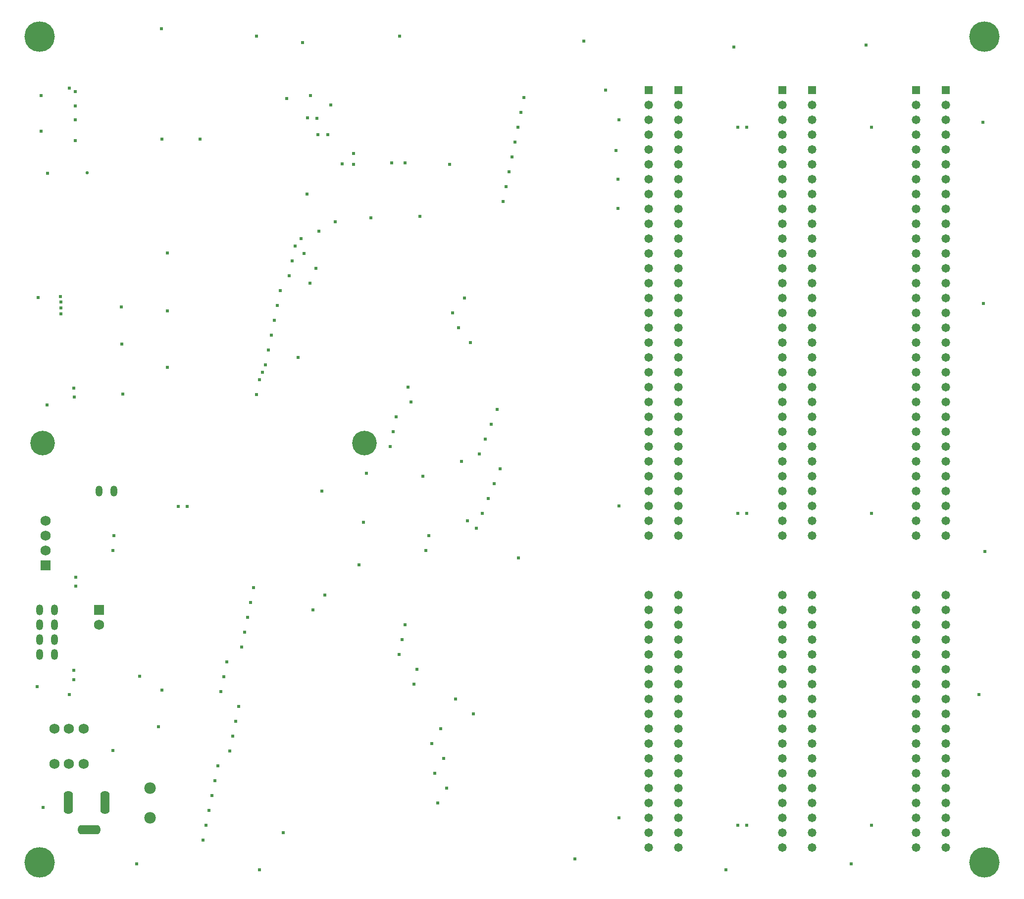
<source format=gbs>
%FSLAX44Y44*%
%MOMM*%
G71*
G01*
G75*
G04 Layer_Color=16711935*
%ADD10R,0.8890X0.9652*%
%ADD11R,0.8000X0.9000*%
%ADD12R,1.0160X0.9400*%
%ADD13R,1.0160X0.9398*%
%ADD14R,0.9400X1.0160*%
%ADD15R,0.9398X1.0160*%
%ADD16R,0.9652X0.8890*%
%ADD17R,2.2000X0.3600*%
%ADD18R,3.0000X1.0000*%
%ADD19C,0.2000*%
%ADD20C,0.2032*%
%ADD21C,0.2540*%
%ADD22C,1.5240*%
%ADD23C,0.5080*%
%ADD24O,1.0160X1.6510*%
%ADD25O,1.4000X3.8000*%
%ADD26O,3.8000X1.4000*%
%ADD27C,1.5240*%
%ADD28R,1.5240X1.5240*%
%ADD29C,1.7780*%
%ADD30C,1.2700*%
%ADD31R,1.2700X1.2700*%
%ADD32C,4.0000*%
%ADD33C,5.0000*%
%ADD34C,0.4000*%
%ADD35C,0.3810*%
%ADD36C,2.0000*%
%ADD37C,0.6350*%
%ADD38C,0.3810*%
%ADD39C,0.1270*%
%ADD40C,0.1524*%
%ADD41C,0.1500*%
%ADD42C,0.2286*%
%ADD43R,1.0922X1.1684*%
%ADD44R,1.0032X1.1032*%
%ADD45R,1.2192X1.1432*%
%ADD46R,1.2192X1.1430*%
%ADD47R,1.1432X1.2192*%
%ADD48R,1.1430X1.2192*%
%ADD49R,1.1684X1.0922*%
%ADD50R,2.4032X0.5632*%
%ADD51R,3.2032X1.2032*%
%ADD52O,1.2192X1.8542*%
%ADD53O,1.6032X4.0032*%
%ADD54O,4.0032X1.6032*%
%ADD55C,1.7272*%
%ADD56R,1.7272X1.7272*%
%ADD57C,1.9812*%
%ADD58C,1.4732*%
%ADD59R,1.4732X1.4732*%
%ADD60C,4.2032*%
%ADD61C,5.2032*%
%ADD62C,0.6032*%
%ADD63C,0.5842*%
D52*
X-1041400Y-889000D02*
D03*
X-1016000D02*
D03*
X-1041400Y-914400D02*
D03*
X-1016000D02*
D03*
X-1041400Y-939800D02*
D03*
X-1016000D02*
D03*
X-1041400Y-965200D02*
D03*
X-1016000D02*
D03*
X-914400Y-685800D02*
D03*
X-939800D02*
D03*
D53*
X-929640Y-1217930D02*
D03*
X-991870D02*
D03*
D54*
X-956310Y-1264920D02*
D03*
D55*
X-1016000Y-1092200D02*
D03*
X-991000D02*
D03*
X-966000D02*
D03*
Y-1152200D02*
D03*
X-991000D02*
D03*
X-1016000D02*
D03*
X-1031240Y-736600D02*
D03*
Y-762000D02*
D03*
Y-787400D02*
D03*
X-939800Y-914400D02*
D03*
D56*
X-1031240Y-812800D02*
D03*
X-939800Y-889000D02*
D03*
D57*
X-852170Y-1244600D02*
D03*
Y-1193800D02*
D03*
D58*
X457200Y-1295400D02*
D03*
Y-1270000D02*
D03*
Y-1244600D02*
D03*
Y-1219200D02*
D03*
Y-1193800D02*
D03*
Y-1168400D02*
D03*
Y-1143000D02*
D03*
Y-1117600D02*
D03*
Y-1092200D02*
D03*
Y-1066800D02*
D03*
Y-1041400D02*
D03*
Y-1016000D02*
D03*
Y-990600D02*
D03*
Y-965200D02*
D03*
Y-939800D02*
D03*
Y-914400D02*
D03*
Y-889000D02*
D03*
Y-863600D02*
D03*
X508000Y-1295400D02*
D03*
Y-1270000D02*
D03*
Y-1244600D02*
D03*
Y-1219200D02*
D03*
Y-1193800D02*
D03*
Y-1168400D02*
D03*
Y-1143000D02*
D03*
Y-1117600D02*
D03*
Y-1092200D02*
D03*
Y-1066800D02*
D03*
Y-1041400D02*
D03*
Y-1016000D02*
D03*
Y-990600D02*
D03*
Y-965200D02*
D03*
Y-939800D02*
D03*
Y-914400D02*
D03*
Y-889000D02*
D03*
Y-863600D02*
D03*
Y-25400D02*
D03*
Y-50800D02*
D03*
Y-76200D02*
D03*
Y-101600D02*
D03*
Y-127000D02*
D03*
Y-152400D02*
D03*
Y-177800D02*
D03*
Y-203200D02*
D03*
Y-228600D02*
D03*
Y-254000D02*
D03*
Y-279400D02*
D03*
Y-304800D02*
D03*
Y-330200D02*
D03*
Y-355600D02*
D03*
Y-381000D02*
D03*
Y-406400D02*
D03*
Y-431800D02*
D03*
Y-457200D02*
D03*
Y-482600D02*
D03*
Y-508000D02*
D03*
Y-533400D02*
D03*
Y-558800D02*
D03*
Y-584200D02*
D03*
Y-609600D02*
D03*
Y-635000D02*
D03*
Y-660400D02*
D03*
Y-685800D02*
D03*
Y-711200D02*
D03*
Y-736600D02*
D03*
Y-762000D02*
D03*
X457200Y-25400D02*
D03*
Y-50800D02*
D03*
Y-76200D02*
D03*
Y-101600D02*
D03*
Y-127000D02*
D03*
Y-152400D02*
D03*
Y-177800D02*
D03*
Y-203200D02*
D03*
Y-228600D02*
D03*
Y-254000D02*
D03*
Y-279400D02*
D03*
Y-304800D02*
D03*
Y-330200D02*
D03*
Y-355600D02*
D03*
Y-381000D02*
D03*
Y-406400D02*
D03*
Y-431800D02*
D03*
Y-457200D02*
D03*
Y-482600D02*
D03*
Y-508000D02*
D03*
Y-533400D02*
D03*
Y-558800D02*
D03*
Y-584200D02*
D03*
Y-609600D02*
D03*
Y-635000D02*
D03*
Y-660400D02*
D03*
Y-685800D02*
D03*
Y-711200D02*
D03*
Y-736600D02*
D03*
Y-762000D02*
D03*
X0Y-1295400D02*
D03*
Y-1270000D02*
D03*
Y-1244600D02*
D03*
Y-1219200D02*
D03*
Y-1193800D02*
D03*
Y-1168400D02*
D03*
Y-1143000D02*
D03*
Y-1117600D02*
D03*
Y-1092200D02*
D03*
Y-1066800D02*
D03*
Y-1041400D02*
D03*
Y-1016000D02*
D03*
Y-990600D02*
D03*
Y-965200D02*
D03*
Y-939800D02*
D03*
Y-914400D02*
D03*
Y-889000D02*
D03*
Y-863600D02*
D03*
X50800Y-1295400D02*
D03*
Y-1270000D02*
D03*
Y-1244600D02*
D03*
Y-1219200D02*
D03*
Y-1193800D02*
D03*
Y-1168400D02*
D03*
Y-1143000D02*
D03*
Y-1117600D02*
D03*
Y-1092200D02*
D03*
Y-1066800D02*
D03*
Y-1041400D02*
D03*
Y-1016000D02*
D03*
Y-990600D02*
D03*
Y-965200D02*
D03*
Y-939800D02*
D03*
Y-914400D02*
D03*
Y-889000D02*
D03*
Y-863600D02*
D03*
Y-25400D02*
D03*
Y-50800D02*
D03*
Y-76200D02*
D03*
Y-101600D02*
D03*
Y-127000D02*
D03*
Y-152400D02*
D03*
Y-177800D02*
D03*
Y-203200D02*
D03*
Y-228600D02*
D03*
Y-254000D02*
D03*
Y-279400D02*
D03*
Y-304800D02*
D03*
Y-330200D02*
D03*
Y-355600D02*
D03*
Y-381000D02*
D03*
Y-406400D02*
D03*
Y-431800D02*
D03*
Y-457200D02*
D03*
Y-482600D02*
D03*
Y-508000D02*
D03*
Y-533400D02*
D03*
Y-558800D02*
D03*
Y-584200D02*
D03*
Y-609600D02*
D03*
Y-635000D02*
D03*
Y-660400D02*
D03*
Y-685800D02*
D03*
Y-711200D02*
D03*
Y-736600D02*
D03*
Y-762000D02*
D03*
X0Y-25400D02*
D03*
Y-50800D02*
D03*
Y-76200D02*
D03*
Y-101600D02*
D03*
Y-127000D02*
D03*
Y-152400D02*
D03*
Y-177800D02*
D03*
Y-203200D02*
D03*
Y-228600D02*
D03*
Y-254000D02*
D03*
Y-279400D02*
D03*
Y-304800D02*
D03*
Y-330200D02*
D03*
Y-355600D02*
D03*
Y-381000D02*
D03*
Y-406400D02*
D03*
Y-431800D02*
D03*
Y-457200D02*
D03*
Y-482600D02*
D03*
Y-508000D02*
D03*
Y-533400D02*
D03*
Y-558800D02*
D03*
Y-584200D02*
D03*
Y-609600D02*
D03*
Y-635000D02*
D03*
Y-660400D02*
D03*
Y-685800D02*
D03*
Y-711200D02*
D03*
Y-736600D02*
D03*
Y-762000D02*
D03*
X228600Y-1295400D02*
D03*
Y-1270000D02*
D03*
Y-1244600D02*
D03*
Y-1219200D02*
D03*
Y-1193800D02*
D03*
Y-1168400D02*
D03*
Y-1143000D02*
D03*
Y-1117600D02*
D03*
Y-1092200D02*
D03*
Y-1066800D02*
D03*
Y-1041400D02*
D03*
Y-1016000D02*
D03*
Y-990600D02*
D03*
Y-965200D02*
D03*
Y-939800D02*
D03*
Y-914400D02*
D03*
Y-889000D02*
D03*
Y-863600D02*
D03*
X279400Y-1295400D02*
D03*
Y-1270000D02*
D03*
Y-1244600D02*
D03*
Y-1219200D02*
D03*
Y-1193800D02*
D03*
Y-1168400D02*
D03*
Y-1143000D02*
D03*
Y-1117600D02*
D03*
Y-1092200D02*
D03*
Y-1066800D02*
D03*
Y-1041400D02*
D03*
Y-1016000D02*
D03*
Y-990600D02*
D03*
Y-965200D02*
D03*
Y-939800D02*
D03*
Y-914400D02*
D03*
Y-889000D02*
D03*
Y-863600D02*
D03*
Y-25400D02*
D03*
Y-50800D02*
D03*
Y-76200D02*
D03*
Y-101600D02*
D03*
Y-127000D02*
D03*
Y-152400D02*
D03*
Y-177800D02*
D03*
Y-203200D02*
D03*
Y-228600D02*
D03*
Y-254000D02*
D03*
Y-279400D02*
D03*
Y-304800D02*
D03*
Y-330200D02*
D03*
Y-355600D02*
D03*
Y-381000D02*
D03*
Y-406400D02*
D03*
Y-431800D02*
D03*
Y-457200D02*
D03*
Y-482600D02*
D03*
Y-508000D02*
D03*
Y-533400D02*
D03*
Y-558800D02*
D03*
Y-584200D02*
D03*
Y-609600D02*
D03*
Y-635000D02*
D03*
Y-660400D02*
D03*
Y-685800D02*
D03*
Y-711200D02*
D03*
Y-736600D02*
D03*
Y-762000D02*
D03*
X228600Y-25400D02*
D03*
Y-50800D02*
D03*
Y-76200D02*
D03*
Y-101600D02*
D03*
Y-127000D02*
D03*
Y-152400D02*
D03*
Y-177800D02*
D03*
Y-203200D02*
D03*
Y-228600D02*
D03*
Y-254000D02*
D03*
Y-279400D02*
D03*
Y-304800D02*
D03*
Y-330200D02*
D03*
Y-355600D02*
D03*
Y-381000D02*
D03*
Y-406400D02*
D03*
Y-431800D02*
D03*
Y-457200D02*
D03*
Y-482600D02*
D03*
Y-508000D02*
D03*
Y-533400D02*
D03*
Y-558800D02*
D03*
Y-584200D02*
D03*
Y-609600D02*
D03*
Y-635000D02*
D03*
Y-660400D02*
D03*
Y-685800D02*
D03*
Y-711200D02*
D03*
Y-736600D02*
D03*
Y-762000D02*
D03*
D59*
X508000Y0D02*
D03*
X457200D02*
D03*
X50800D02*
D03*
X0D02*
D03*
X279400D02*
D03*
X228600D02*
D03*
D60*
X-1036000Y-604000D02*
D03*
X-486000D02*
D03*
D61*
X-1041400Y91440D02*
D03*
Y-1320800D02*
D03*
X574040Y91440D02*
D03*
Y-1320800D02*
D03*
D62*
X-990600Y3810D02*
D03*
X-584200Y-177800D02*
D03*
X-762000Y-1282700D02*
D03*
X-756920Y-1257300D02*
D03*
X-751840Y-1231900D02*
D03*
X-746760Y-1206500D02*
D03*
X-624840Y-1270000D02*
D03*
X-741680Y-1181100D02*
D03*
X-736600Y-1155700D02*
D03*
X-716280Y-1130300D02*
D03*
X-711200Y-1104900D02*
D03*
X-706120Y-1079500D02*
D03*
X-701040Y-1054100D02*
D03*
X-731520Y-1028700D02*
D03*
X-726440Y-1003300D02*
D03*
X-721360Y-977900D02*
D03*
X-695960Y-952500D02*
D03*
X-690880Y-927100D02*
D03*
X-685800Y-901700D02*
D03*
X-680720Y-876300D02*
D03*
X-675640Y-850900D02*
D03*
X-574040Y-889000D02*
D03*
X-553720Y-863600D02*
D03*
X-426720Y-965200D02*
D03*
X-421640Y-939800D02*
D03*
X-416560Y-914400D02*
D03*
X-396240Y-990600D02*
D03*
X-401320Y-1016000D02*
D03*
X-345440Y-1193800D02*
D03*
X-360680Y-1219200D02*
D03*
X-365760Y-1168400D02*
D03*
X-350520Y-1143000D02*
D03*
X-370840Y-1117600D02*
D03*
X-355600Y-1092200D02*
D03*
X-299720Y-1066800D02*
D03*
X-330200Y-1041400D02*
D03*
X-375920Y-762000D02*
D03*
X-381000Y-787400D02*
D03*
X-386080Y-660400D02*
D03*
X-558800Y-685800D02*
D03*
X-441960Y-609600D02*
D03*
X-436880Y-584200D02*
D03*
X-431800Y-558800D02*
D03*
X-411480Y-508000D02*
D03*
X-406400Y-533400D02*
D03*
X-320040Y-635000D02*
D03*
X-309880Y-736600D02*
D03*
X-294640Y-749300D02*
D03*
X-284480Y-723900D02*
D03*
X-274320Y-698500D02*
D03*
X-264160Y-673100D02*
D03*
X-254000Y-647700D02*
D03*
X-279400Y-596900D02*
D03*
X-269240Y-571500D02*
D03*
X-259080Y-546100D02*
D03*
X-289560Y-622300D02*
D03*
X-304800Y-431800D02*
D03*
X-325120Y-406400D02*
D03*
X-335280Y-381000D02*
D03*
X-314960Y-355600D02*
D03*
X-391160Y-215900D02*
D03*
X-340360Y-127000D02*
D03*
X-248920Y-190500D02*
D03*
X-243840Y-165100D02*
D03*
X-238760Y-139700D02*
D03*
X-233680Y-114300D02*
D03*
X-228600Y-88900D02*
D03*
X-223520Y-63500D02*
D03*
X-213360Y-12700D02*
D03*
X-218440Y-38100D02*
D03*
X-563880Y-241300D02*
D03*
X-594360Y-254000D02*
D03*
X-589280Y-279400D02*
D03*
X-604520Y-266700D02*
D03*
X-609600Y-292100D02*
D03*
X-568960Y-304800D02*
D03*
X-579120Y-330200D02*
D03*
X-614680Y-317500D02*
D03*
X-629920Y-342900D02*
D03*
X-635000Y-368300D02*
D03*
X-640080Y-393700D02*
D03*
X-645160Y-419100D02*
D03*
X-599440Y-457200D02*
D03*
X-650240Y-444500D02*
D03*
X-655320Y-469900D02*
D03*
X-660400Y-482600D02*
D03*
X-665480Y-495300D02*
D03*
X-670560Y-520700D02*
D03*
X-548640Y-76200D02*
D03*
X-543560Y-25400D02*
D03*
X-914400Y-762000D02*
D03*
X-915670Y-787400D02*
D03*
X-567170Y-48230D02*
D03*
X-583170Y-47730D02*
D03*
X-982920Y-509830D02*
D03*
X-982420Y-525330D02*
D03*
X-803990Y-711770D02*
D03*
X-788990D02*
D03*
X-979170Y-833120D02*
D03*
Y-848360D02*
D03*
X-982980Y-991870D02*
D03*
Y-1008380D02*
D03*
X-1004570Y-382270D02*
D03*
Y-372110D02*
D03*
Y-361950D02*
D03*
X-1005840Y-353060D02*
D03*
X-50800Y-711200D02*
D03*
X152400Y-723900D02*
D03*
X167640D02*
D03*
X381000D02*
D03*
X-50800Y-1244600D02*
D03*
X152400Y-1257300D02*
D03*
X167640D02*
D03*
X381000D02*
D03*
X-50800Y-50800D02*
D03*
X381000Y-63500D02*
D03*
X167640D02*
D03*
X152400D02*
D03*
X-1027430Y-142240D02*
D03*
X-524000Y-126500D02*
D03*
X-425450Y92710D02*
D03*
X-591820Y81280D02*
D03*
X-577850Y-8890D02*
D03*
X-565150Y-76200D02*
D03*
X-439420Y-124460D02*
D03*
X-416560D02*
D03*
X-504190Y-127000D02*
D03*
Y-107950D02*
D03*
X-474980Y-218440D02*
D03*
X-535940Y-224790D02*
D03*
X-482600Y-655320D02*
D03*
X-495300Y-811530D02*
D03*
X-487680Y-739140D02*
D03*
X-222250Y-800100D02*
D03*
X-822960Y-278130D02*
D03*
Y-377190D02*
D03*
Y-473710D02*
D03*
X-901700Y-370840D02*
D03*
X-900430Y-434340D02*
D03*
X-899160Y-519430D02*
D03*
X-1028700Y-538480D02*
D03*
X-1043940Y-354330D02*
D03*
X-1038860Y-8890D02*
D03*
Y-69850D02*
D03*
X-980440Y-2540D02*
D03*
Y-26670D02*
D03*
Y-50800D02*
D03*
Y-86360D02*
D03*
X-767080Y-83820D02*
D03*
X-831850D02*
D03*
X-670560Y92710D02*
D03*
X-833120Y105410D02*
D03*
X-618490Y-13970D02*
D03*
X-831850Y-1026160D02*
D03*
X-838200Y-1088390D02*
D03*
X-915670Y-1129030D02*
D03*
X-869950Y-1002030D02*
D03*
X-1045210Y-1019810D02*
D03*
X-990600Y-1033780D02*
D03*
X-1035050Y-1226820D02*
D03*
X-875030Y-1323340D02*
D03*
X-665480Y-1333500D02*
D03*
X132080D02*
D03*
X346710Y-1323340D02*
D03*
X-125730Y-1314450D02*
D03*
X565150Y-1033780D02*
D03*
X575310Y-788670D02*
D03*
X572770Y-364490D02*
D03*
X571500Y-54610D02*
D03*
X372110Y77470D02*
D03*
X146050Y73660D02*
D03*
X-110490Y83820D02*
D03*
X-52070Y-152400D02*
D03*
Y-201930D02*
D03*
X-55880Y-102870D02*
D03*
X-73660Y0D02*
D03*
D63*
X-960000Y-141500D02*
D03*
M02*

</source>
